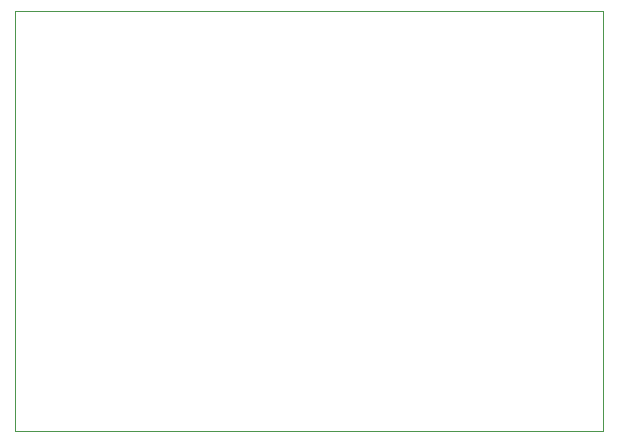
<source format=gbr>
%TF.GenerationSoftware,KiCad,Pcbnew,7.0.10*%
%TF.CreationDate,2024-01-26T16:43:20-08:00*%
%TF.ProjectId,FinalProject,46696e61-6c50-4726-9f6a-6563742e6b69,v2*%
%TF.SameCoordinates,Original*%
%TF.FileFunction,Profile,NP*%
%FSLAX46Y46*%
G04 Gerber Fmt 4.6, Leading zero omitted, Abs format (unit mm)*
G04 Created by KiCad (PCBNEW 7.0.10) date 2024-01-26 16:43:20*
%MOMM*%
%LPD*%
G01*
G04 APERTURE LIST*
%TA.AperFunction,Profile*%
%ADD10C,0.100000*%
%TD*%
G04 APERTURE END LIST*
D10*
X123117000Y-85090000D02*
X172901000Y-85090000D01*
X172901000Y-120650000D01*
X123117000Y-120650000D01*
X123117000Y-85090000D01*
M02*

</source>
